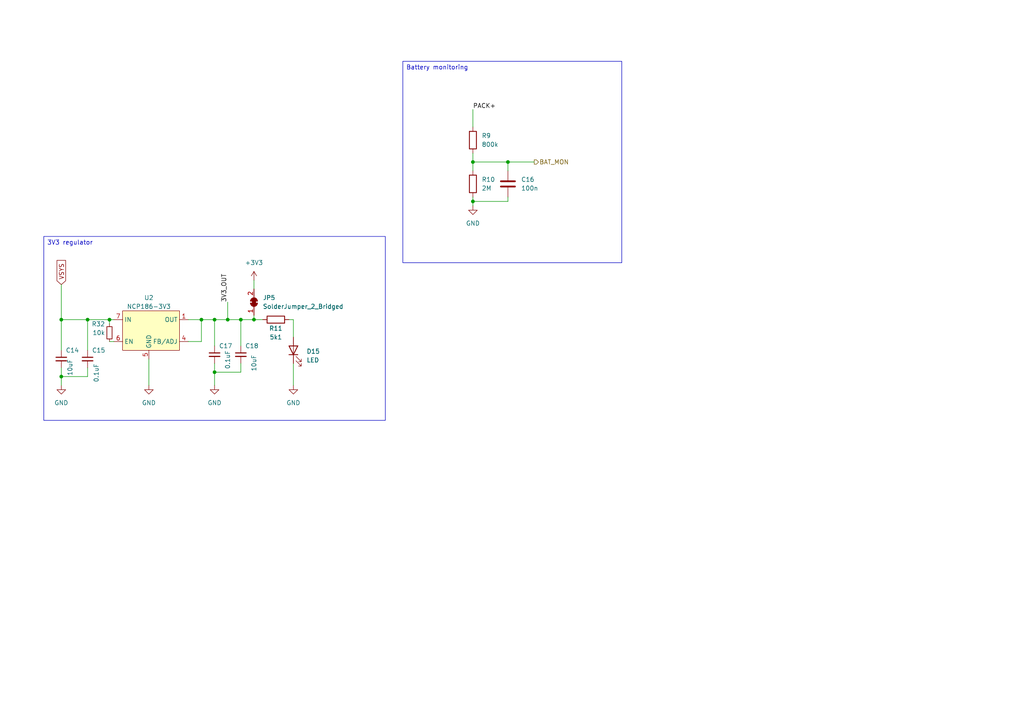
<source format=kicad_sch>
(kicad_sch (version 20231120) (generator "eeschema") (generator_version "8.0")
  (paper "A4")
  (title_block (title "ESP32-S3 main board") (date "2023-10-03"))
  (lib_symbols
    (symbol "Custom_lib:NCP186-3V3"
      (property "Reference" "U" (at -1.27 11.43 0))
      (property "Value" "NCP186" (at 0 8.89 0))
      (symbol "NCP186-3V3_1_1"
        (rectangle (start -7.62 7.62) (end 8.89 -3.81) (fill (type background)))
        (pin power_out line (at 11.43 5.08 180) (length 2.54) (name "OUT") (number "1"))
        (pin passive line (at 11.43 5.08 180) (length 2.54) hide (name "OUT") (number "2"))
        (pin input line (at 11.43 -1.27 180) (length 2.54) (name "FB/ADJ") (number "4"))
        (pin power_in line (at 0 -6.35 90) (length 2.54) (name "GND") (number "5"))
        (pin input line (at -10.16 -1.27 0) (length 2.54) (name "EN") (number "6"))
        (pin power_in line (at -10.16 5.08 0) (length 2.54) (name "IN") (number "7"))
        (pin power_in line (at -10.16 5.08 0) (length 2.54) hide (name "IN") (number "8"))
        (pin power_in line (at 0 -6.35 90) (length 2.54) hide (name "GND") (number "EPAD"))
      )
    )
    (symbol "Device:C" (pin_numbers hide) (pin_names (offset 0.254))
      (property "Reference" "C" (at 0.635 2.54 0))
      (property "Value" "C" (at 0.635 -2.54 0))
      (symbol "C_0_1"
        (polyline (pts (xy -2.032 -0.762) (xy 2.032 -0.762)) (stroke (width 0.508)))
        (polyline (pts (xy -2.032 0.762) (xy 2.032 0.762)) (stroke (width 0.508)))
      )
      (symbol "C_1_1"
        (pin passive line (at 0 3.81 270) (length 2.794) (name "~") (number "1"))
        (pin passive line (at 0 -3.81 90) (length 2.794) (name "~") (number "2"))
      )
    )
    (symbol "Device:C_Small" (pin_numbers hide) (pin_names (offset 0.254) hide)
      (property "Reference" "C" (at 0.254 1.778 0))
      (property "Value" "C_Small" (at 0.254 -2.032 0))
      (symbol "C_Small_0_1"
        (polyline (pts (xy -1.524 -0.508) (xy 1.524 -0.508)) (stroke (width 0.3302)))
        (polyline (pts (xy -1.524 0.508) (xy 1.524 0.508)) (stroke (width 0.3048)))
      )
      (symbol "C_Small_1_1"
        (pin passive line (at 0 2.54 270) (length 2.032) (name "~") (number "1"))
        (pin passive line (at 0 -2.54 90) (length 2.032) (name "~") (number "2"))
      )
    )
    (symbol "Device:LED" (pin_numbers hide) (pin_names (offset 1.016) hide)
      (property "Reference" "D" (at 0 2.54 0))
      (property "Value" "LED" (at 0 -2.54 0))
      (symbol "LED_0_1"
        (polyline (pts (xy -1.27 -1.27) (xy -1.27 1.27)) (stroke (width 0.254)))
        (polyline (pts (xy -1.27 0) (xy 1.27 0)))
        (polyline (pts (xy 1.27 -1.27) (xy 1.27 1.27) (xy -1.27 0) (xy 1.27 -1.27)) (stroke (width 0.254)))
        (polyline (pts (xy -3.048 -0.762) (xy -4.572 -2.286) (xy -3.81 -2.286) (xy -4.572 -2.286) (xy -4.572 -1.524)))
        (polyline (pts (xy -1.778 -0.762) (xy -3.302 -2.286) (xy -2.54 -2.286) (xy -3.302 -2.286) (xy -3.302 -1.524)))
      )
      (symbol "LED_1_1"
        (pin passive line (at -3.81 0 0) (length 2.54) (name "K") (number "1"))
        (pin passive line (at 3.81 0 180) (length 2.54) (name "A") (number "2"))
      )
    )
    (symbol "Device:R" (pin_numbers hide) (pin_names (offset 0))
      (property "Reference" "R" (at 2.032 0 90))
      (property "Value" "R" (at 0 0 90))
      (symbol "R_0_1"
        (rectangle (start -1.016 -2.54) (end 1.016 2.54) (stroke (width 0.254)))
      )
      (symbol "R_1_1"
        (pin passive line (at 0 3.81 270) (length 1.27) (name "~") (number "1"))
        (pin passive line (at 0 -3.81 90) (length 1.27) (name "~") (number "2"))
      )
    )
    (symbol "Device:R_Small" (pin_numbers hide) (pin_names (offset 0.254) hide)
      (property "Reference" "R" (at 0.762 0.508 0))
      (property "Value" "R_Small" (at 0.762 -1.016 0))
      (symbol "R_Small_0_1"
        (rectangle (start -0.762 1.778) (end 0.762 -1.778) (stroke (width 0.2032)))
      )
      (symbol "R_Small_1_1"
        (pin passive line (at 0 2.54 270) (length 0.762) (name "~") (number "1"))
        (pin passive line (at 0 -2.54 90) (length 0.762) (name "~") (number "2"))
      )
    )
    (symbol "Jumper:SolderJumper_2_Bridged" (pin_names (offset 0) hide)
      (property "Reference" "JP" (at 0 2.032 0))
      (property "Value" "SolderJumper_2_Bridged" (at 0 -2.54 0))
      (symbol "SolderJumper_2_Bridged_0_1"
        (rectangle (start -0.508 0.508) (end 0.508 -0.508) (fill (type outline)))
        (arc (start -0.254 1.016) (mid -1.2656 0) (end -0.254 -1.016))
        (arc (start -0.254 1.016) (mid -1.2656 0) (end -0.254 -1.016) (fill (type outline)))
        (polyline (pts (xy -0.254 1.016) (xy -0.254 -1.016)))
        (polyline (pts (xy 0.254 1.016) (xy 0.254 -1.016)))
        (arc (start 0.254 -1.016) (mid 1.2656 0) (end 0.254 1.016))
        (arc (start 0.254 -1.016) (mid 1.2656 0) (end 0.254 1.016) (fill (type outline)))
      )
      (symbol "SolderJumper_2_Bridged_1_1"
        (pin passive line (at -3.81 0 0) (length 2.54) (name "A") (number "1"))
        (pin passive line (at 3.81 0 180) (length 2.54) (name "B") (number "2"))
      )
    )
    (symbol "power:+3V3" (power) (pin_names (offset 0))
      (property "Value" "+3V3" (at 0 3.556 0))
      (symbol "+3V3_0_1"
        (polyline (pts (xy -0.762 1.27) (xy 0 2.54)))
        (polyline (pts (xy 0 0) (xy 0 2.54)))
        (polyline (pts (xy 0 2.54) (xy 0.762 1.27)))
      )
      (symbol "+3V3_1_1"
        (pin power_in line (at 0 0 90) (length 0) hide (name "+3V3") (number "1"))
      )
    )
    (symbol "power:GND" (power) (pin_names (offset 0))
      (property "Value" "GND" (at 0 -3.81 0))
      (symbol "GND_0_1"
        (polyline (pts (xy 0 0) (xy 0 -1.27) (xy 1.27 -1.27) (xy 0 -2.54) (xy -1.27 -1.27) (xy 0 -1.27)))
      )
      (symbol "GND_1_1"
        (pin power_in line (at 0 0 270) (length 0) hide (name "GND") (number "1"))
      )
    )
  )
  (junction (at 73.66 92.71))
  (junction (at 66.04 92.71))
  (junction (at 137.16 58.42))
  (junction (at 69.85 92.71))
  (junction (at 147.32 46.99))
  (junction (at 137.16 46.99))
  (junction (at 58.42 92.71))
  (junction (at 62.23 107.95))
  (junction (at 17.78 109.22))
  (junction (at 25.4 92.71))
  (junction (at 31.75 92.71))
  (junction (at 62.23 92.71))
  (junction (at 17.78 92.71))
  (wire (pts (xy 147.32 58.42) (xy 137.16 58.42)))
  (wire (pts (xy 17.78 82.55) (xy 17.78 92.71)))
  (wire (pts (xy 137.16 46.99) (xy 137.16 49.53)))
  (wire (pts (xy 31.75 92.71) (xy 33.02 92.71)))
  (wire (pts (xy 147.32 46.99) (xy 147.32 49.53)))
  (wire (pts (xy 62.23 107.95) (xy 62.23 111.76)))
  (wire (pts (xy 58.42 99.06) (xy 58.42 92.71)))
  (wire (pts (xy 17.78 109.22) (xy 25.4 109.22)))
  (wire (pts (xy 17.78 109.22) (xy 17.78 111.76)))
  (wire (pts (xy 66.04 87.63) (xy 66.04 92.71)))
  (wire (pts (xy 25.4 106.68) (xy 25.4 109.22)))
  (wire (pts (xy 73.66 81.28) (xy 73.66 83.82)))
  (wire (pts (xy 73.66 91.44) (xy 73.66 92.71)))
  (wire (pts (xy 58.42 92.71) (xy 62.23 92.71)))
  (wire (pts (xy 54.61 99.06) (xy 58.42 99.06)))
  (wire (pts (xy 17.78 92.71) (xy 25.4 92.71)))
  (wire (pts (xy 62.23 107.95) (xy 69.85 107.95)))
  (wire (pts (xy 43.18 104.14) (xy 43.18 111.76)))
  (wire (pts (xy 147.32 46.99) (xy 154.94 46.99)))
  (wire (pts (xy 137.16 58.42) (xy 137.16 59.69)))
  (wire (pts (xy 62.23 92.71) (xy 62.23 100.33)))
  (wire (pts (xy 137.16 31.75) (xy 137.16 36.83)))
  (wire (pts (xy 17.78 101.6) (xy 17.78 92.71)))
  (wire (pts (xy 62.23 92.71) (xy 66.04 92.71)))
  (wire (pts (xy 137.16 57.15) (xy 137.16 58.42)))
  (wire (pts (xy 137.16 46.99) (xy 147.32 46.99)))
  (wire (pts (xy 69.85 107.95) (xy 69.85 105.41)))
  (wire (pts (xy 85.09 97.79) (xy 85.09 92.71)))
  (wire (pts (xy 54.61 92.71) (xy 58.42 92.71)))
  (wire (pts (xy 66.04 92.71) (xy 69.85 92.71)))
  (wire (pts (xy 69.85 92.71) (xy 73.66 92.71)))
  (wire (pts (xy 25.4 92.71) (xy 25.4 101.6)))
  (wire (pts (xy 137.16 44.45) (xy 137.16 46.99)))
  (wire (pts (xy 62.23 105.41) (xy 62.23 107.95)))
  (wire (pts (xy 73.66 92.71) (xy 76.2 92.71)))
  (wire (pts (xy 31.75 99.06) (xy 33.02 99.06)))
  (wire (pts (xy 17.78 106.68) (xy 17.78 109.22)))
  (wire (pts (xy 85.09 92.71) (xy 83.82 92.71)))
  (wire (pts (xy 69.85 100.33) (xy 69.85 92.71)))
  (wire (pts (xy 85.09 105.41) (xy 85.09 111.76)))
  (wire (pts (xy 25.4 92.71) (xy 31.75 92.71)))
  (wire (pts (xy 147.32 57.15) (xy 147.32 58.42)))
  (wire (pts (xy 31.75 92.71) (xy 31.75 93.98)))
  (text_box "3V3 regulator" (at 12.7 68.58 0) (size 99.06 53.34) (effects (font (size 1.27 1.27)) (justify left top)))
  (text_box "Battery monitoring" (at 116.84 17.78 0) (size 63.5 58.42) (effects (font (size 1.27 1.27)) (justify left top)))
  (label "PACK+" (at 137.16 31.75 0))
  (label "3V3_OUT" (at 66.04 87.63 90))
  (global_label "VSYS" (shape input) (at 17.78 82.55 90) (property "Intersheetrefs" "${INTERSHEET_REFS}" (effects (hide yes))))
  (hierarchical_label "BAT_MON" (shape output) (at 154.94 46.99 0))
  (symbol (lib_id "power:GND") (at 17.78 111.76 0) (unit 1)
    (property "Reference" "#PWR039" (effects (hide yes)))
    (property "Value" "GND" (at 17.78 116.84 0))
  )
  (symbol (lib_id "Device:R") (at 137.16 53.34 0) (unit 1)
    (property "Reference" "R10" (at 139.7 52.07 0) (effects (justify left)))
    (property "Value" "2M" (at 139.7 54.61 0) (effects (justify left)))
    (property "Footprint" "Resistor_SMD:R_1206_3216Metric_Pad1.30x1.75mm_HandSolder" (effects (hide yes)))
  )
  (symbol (lib_id "Device:R") (at 137.16 40.64 0) (unit 1)
    (property "Reference" "R9" (at 139.7 39.37 0) (effects (justify left)))
    (property "Value" "800k" (at 139.7 41.91 0) (effects (justify left)))
    (property "Footprint" "Resistor_SMD:R_1206_3216Metric_Pad1.30x1.75mm_HandSolder" (effects (hide yes)))
  )
  (symbol (lib_id "power:GND") (at 137.16 59.69 0) (unit 1)
    (property "Reference" "#PWR021" (effects (hide yes)))
    (property "Value" "GND" (at 137.16 64.77 0))
  )
  (symbol (lib_id "Device:C_Small") (at 62.23 102.87 0) (unit 1)
    (property "Reference" "C17" (at 63.5 100.33 0) (effects (justify left)))
    (property "Value" "0.1uF" (at 66.04 101.6 90) (effects (justify right)))
    (property "Footprint" "Capacitor_SMD:C_0603_1608Metric_Pad1.08x0.95mm_HandSolder" (effects (hide yes)))
    (property "Rating" "50V" (effects (hide yes)))
    (property "Tolerance" "10%" (effects (hide yes)))
  )
  (symbol (lib_id "Device:C_Small") (at 25.4 104.14 0) (unit 1)
    (property "Reference" "C15" (at 26.67 101.6 0) (effects (justify left)))
    (property "Value" "0.1uF" (at 27.94 105.4163 90) (effects (justify right)))
    (property "Footprint" "Capacitor_SMD:C_0603_1608Metric_Pad1.08x0.95mm_HandSolder" (effects (hide yes)))
    (property "Rating" "50V" (effects (hide yes)))
    (property "Tolerance" "10%" (effects (hide yes)))
  )
  (symbol (lib_id "Device:R") (at 80.01 92.71 90) (unit 1)
    (property "Reference" "R11" (at 80.01 95.25 90))
    (property "Value" "5k1" (at 80.01 97.79 90))
    (property "Footprint" "Resistor_SMD:R_1206_3216Metric_Pad1.30x1.75mm_HandSolder" (effects (hide yes)))
  )
  (symbol (lib_id "power:GND") (at 62.23 111.76 0) (unit 1)
    (property "Reference" "#PWR043" (effects (hide yes)))
    (property "Value" "GND" (at 62.23 116.84 0))
  )
  (symbol (lib_id "Device:C") (at 147.32 53.34 0) (unit 1)
    (property "Reference" "C16" (at 151.13 52.07 0) (effects (justify left)))
    (property "Value" "100n" (at 151.13 54.61 0) (effects (justify left)))
    (property "Footprint" "Capacitor_SMD:C_0603_1608Metric_Pad1.08x0.95mm_HandSolder" (effects (hide yes)))
  )
  (symbol (lib_id "power:+3V3") (at 73.66 81.28 0) (unit 1)
    (property "Reference" "#PWR044" (effects (hide yes)))
    (property "Value" "+3V3" (at 73.66 76.2 0))
  )
  (symbol (lib_id "Device:C_Small") (at 69.85 102.87 0) (unit 1)
    (property "Reference" "C18" (at 71.12 100.33 0) (effects (justify left)))
    (property "Value" "10uF" (at 73.66 102.87 90) (effects (justify right)))
    (property "Footprint" "Capacitor_SMD:C_1206_3216Metric_Pad1.33x1.80mm_HandSolder" (effects (hide yes)))
    (property "Rating" "50V" (effects (hide yes)))
    (property "Tolerance" "10%" (effects (hide yes)))
  )
  (symbol (lib_id "power:GND") (at 85.09 111.76 0) (unit 1)
    (property "Reference" "#PWR046" (effects (hide yes)))
    (property "Value" "GND" (at 85.09 116.84 0))
  )
  (symbol (lib_id "Device:C_Small") (at 17.78 104.14 0) (unit 1)
    (property "Reference" "C14" (at 19.05 101.6 0) (effects (justify left)))
    (property "Value" "10uF" (at 20.32 104.14 90) (effects (justify right)))
    (property "Footprint" "Capacitor_SMD:C_1206_3216Metric_Pad1.33x1.80mm_HandSolder" (effects (hide yes)))
    (property "Rating" "50V" (effects (hide yes)))
    (property "Tolerance" "10%" (effects (hide yes)))
  )
  (symbol (lib_id "power:GND") (at 43.18 111.76 0) (unit 1)
    (property "Reference" "#PWR041" (effects (hide yes)))
    (property "Value" "GND" (at 43.18 116.84 0))
  )
  (symbol (lib_id "Jumper:SolderJumper_2_Bridged") (at 73.66 87.63 90) (unit 1)
    (property "Reference" "JP5" (at 76.2 86.36 90) (effects (justify right)))
    (property "Value" "SolderJumper_2_Bridged" (at 76.2 88.9 90) (effects (justify right)))
    (property "Footprint" "Jumper:SolderJumper-2_P1.3mm_Bridged2Bar_Pad1.0x1.5mm" (effects (hide yes)))
  )
  (symbol (lib_id "Custom_lib:NCP186-3V3") (at 43.18 97.79 0) (unit 1)
    (property "Reference" "U2" (at 43.18 86.36 0))
    (property "Value" "NCP186-3V3" (at 43.18 88.9 0))
    (property "Footprint" "Custom:XDFN8" (effects (hide yes)))
    (property "Datasheet" "https://www.onsemi.com/pdf/datasheet/ncp186-d.pdf" (effects (hide yes)))
  )
  (symbol (lib_id "Device:R_Small") (at 31.75 96.52 0) (mirror x) (unit 1)
    (property "Reference" "R32" (at 30.48 93.98 0) (effects (justify right)))
    (property "Value" "10k" (at 30.48 96.52 0) (effects (justify right)))
    (property "Footprint" "Resistor_SMD:R_1206_3216Metric_Pad1.30x1.75mm_HandSolder" (effects (hide yes)))
  )
  (symbol (lib_id "Device:LED") (at 85.09 101.6 90) (unit 1)
    (property "Reference" "D15" (at 88.9 101.9175 90) (effects (justify right)))
    (property "Value" "LED" (at 88.9 104.4575 90) (effects (justify right)))
    (property "Footprint" "LED_SMD:LED_0805_2012Metric_Pad1.15x1.40mm_HandSolder" (effects (hide yes)))
  )
)
</source>
